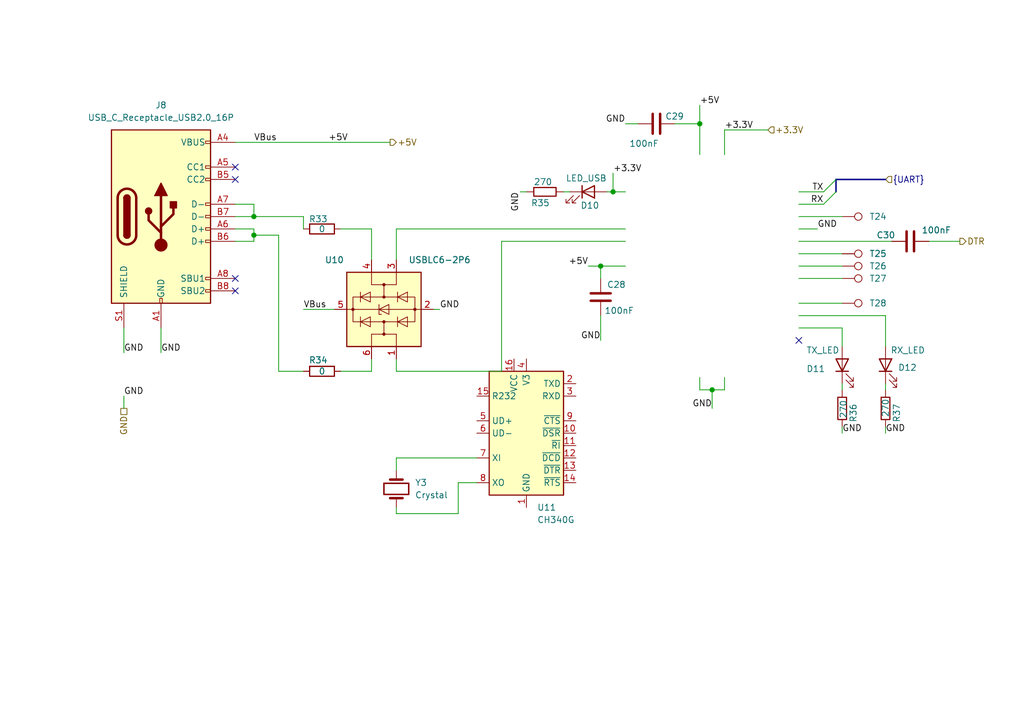
<source format=kicad_sch>
(kicad_sch (version 20231120) (generator "eeschema") (generator_version "8.0")
  (paper "A5")
  (title_block (title "Programming connector") (date "2024-04-17") (rev "1.0"))
  (lib_symbols
    (symbol "Connector:TestPoint" (pin_numbers hide) (pin_names (offset 0.762) hide)
      (property "Reference" "TP" (at 0 6.858 0))
      (property "Value" "TestPoint" (at 0 5.08 0))
      (symbol "TestPoint_0_1"
        (circle (center 0 3.302) (radius 0.762))
      )
      (symbol "TestPoint_1_1"
        (pin passive line (at 0 0 90) (length 2.54) (name "1") (number "1"))
      )
    )
    (symbol "Connector:USB_C_Receptacle_USB2.0_16P" (pin_names (offset 1.016))
      (property "Reference" "J" (at 0 22.225 0))
      (property "Value" "USB_C_Receptacle_USB2.0_16P" (at 0 19.685 0))
      (symbol "USB_C_Receptacle_USB2.0_16P_0_0"
        (rectangle (start -0.254 -17.78) (end 0.254 -16.764))
        (rectangle (start 10.16 -14.986) (end 9.144 -15.494))
        (rectangle (start 10.16 -12.446) (end 9.144 -12.954))
        (rectangle (start 10.16 -4.826) (end 9.144 -5.334))
        (rectangle (start 10.16 -2.286) (end 9.144 -2.794))
        (rectangle (start 10.16 0.254) (end 9.144 -0.254))
        (rectangle (start 10.16 2.794) (end 9.144 2.286))
        (rectangle (start 10.16 7.874) (end 9.144 7.366))
        (rectangle (start 10.16 10.414) (end 9.144 9.906))
        (rectangle (start 10.16 15.494) (end 9.144 14.986))
      )
      (symbol "USB_C_Receptacle_USB2.0_16P_0_1"
        (rectangle (start -10.16 17.78) (end 10.16 -17.78) (stroke (width 0.254)) (fill (type background)))
        (arc (start -8.89 -3.81) (mid -6.985 -5.7067) (end -5.08 -3.81) (stroke (width 0.508)))
        (arc (start -7.62 -3.81) (mid -6.985 -4.4423) (end -6.35 -3.81) (stroke (width 0.254)))
        (arc (start -7.62 -3.81) (mid -6.985 -4.4423) (end -6.35 -3.81) (stroke (width 0.254)) (fill (type outline)))
        (rectangle (start -7.62 -3.81) (end -6.35 3.81) (stroke (width 0.254)) (fill (type outline)))
        (arc (start -6.35 3.81) (mid -6.985 4.4423) (end -7.62 3.81) (stroke (width 0.254)))
        (arc (start -6.35 3.81) (mid -6.985 4.4423) (end -7.62 3.81) (stroke (width 0.254)) (fill (type outline)))
        (arc (start -5.08 3.81) (mid -6.985 5.7067) (end -8.89 3.81) (stroke (width 0.508)))
        (circle (center -2.54 1.143) (radius 0.635) (stroke (width 0.254)) (fill (type outline)))
        (circle (center 0 -5.842) (radius 1.27) (fill (type outline)))
        (polyline (pts (xy -8.89 -3.81) (xy -8.89 3.81)) (stroke (width 0.508)))
        (polyline (pts (xy -5.08 3.81) (xy -5.08 -3.81)) (stroke (width 0.508)))
        (polyline (pts (xy 0 -5.842) (xy 0 4.318)) (stroke (width 0.508)))
        (polyline (pts (xy 0 -3.302) (xy -2.54 -0.762) (xy -2.54 0.508)) (stroke (width 0.508)))
        (polyline (pts (xy 0 -2.032) (xy 2.54 0.508) (xy 2.54 1.778)) (stroke (width 0.508)))
        (polyline (pts (xy -1.27 4.318) (xy 0 6.858) (xy 1.27 4.318) (xy -1.27 4.318)) (stroke (width 0.254)) (fill (type outline)))
        (rectangle (start 1.905 1.778) (end 3.175 3.048) (stroke (width 0.254)) (fill (type outline)))
      )
      (symbol "USB_C_Receptacle_USB2.0_16P_1_1"
        (pin passive line (at 0 -22.86 90) (length 5.08) (name "GND") (number "A1"))
        (pin passive line (at 0 -22.86 90) (length 5.08) hide (name "GND") (number "A12"))
        (pin passive line (at 15.24 15.24 180) (length 5.08) (name "VBUS") (number "A4"))
        (pin bidirectional line (at 15.24 10.16 180) (length 5.08) (name "CC1") (number "A5"))
        (pin bidirectional line (at 15.24 -2.54 180) (length 5.08) (name "D+") (number "A6"))
        (pin bidirectional line (at 15.24 2.54 180) (length 5.08) (name "D-") (number "A7"))
        (pin bidirectional line (at 15.24 -12.7 180) (length 5.08) (name "SBU1") (number "A8"))
        (pin passive line (at 15.24 15.24 180) (length 5.08) hide (name "VBUS") (number "A9"))
        (pin passive line (at 0 -22.86 90) (length 5.08) hide (name "GND") (number "B1"))
        (pin passive line (at 0 -22.86 90) (length 5.08) hide (name "GND") (number "B12"))
        (pin passive line (at 15.24 15.24 180) (length 5.08) hide (name "VBUS") (number "B4"))
        (pin bidirectional line (at 15.24 7.62 180) (length 5.08) (name "CC2") (number "B5"))
        (pin bidirectional line (at 15.24 -5.08 180) (length 5.08) (name "D+") (number "B6"))
        (pin bidirectional line (at 15.24 0 180) (length 5.08) (name "D-") (number "B7"))
        (pin bidirectional line (at 15.24 -15.24 180) (length 5.08) (name "SBU2") (number "B8"))
        (pin passive line (at 15.24 15.24 180) (length 5.08) hide (name "VBUS") (number "B9"))
        (pin passive line (at -7.62 -22.86 90) (length 5.08) (name "SHIELD") (number "S1"))
      )
    )
    (symbol "Device:C" (pin_numbers hide) (pin_names (offset 0.254))
      (property "Reference" "C" (at 0.635 2.54 0))
      (property "Value" "C" (at 0.635 -2.54 0))
      (symbol "C_0_1"
        (polyline (pts (xy -2.032 -0.762) (xy 2.032 -0.762)) (stroke (width 0.508)))
        (polyline (pts (xy -2.032 0.762) (xy 2.032 0.762)) (stroke (width 0.508)))
      )
      (symbol "C_1_1"
        (pin passive line (at 0 3.81 270) (length 2.794) (name "~") (number "1"))
        (pin passive line (at 0 -3.81 90) (length 2.794) (name "~") (number "2"))
      )
    )
    (symbol "Device:Crystal" (pin_numbers hide) (pin_names (offset 1.016) hide)
      (property "Reference" "Y" (at 0 3.81 0))
      (property "Value" "Crystal" (at 0 -3.81 0))
      (symbol "Crystal_0_1"
        (rectangle (start -1.143 2.54) (end 1.143 -2.54) (stroke (width 0.3048)))
        (polyline (pts (xy -2.54 0) (xy -1.905 0)))
        (polyline (pts (xy -1.905 -1.27) (xy -1.905 1.27)) (stroke (width 0.508)))
        (polyline (pts (xy 1.905 -1.27) (xy 1.905 1.27)) (stroke (width 0.508)))
        (polyline (pts (xy 2.54 0) (xy 1.905 0)))
      )
      (symbol "Crystal_1_1"
        (pin passive line (at -3.81 0 0) (length 1.27) (name "1") (number "1"))
        (pin passive line (at 3.81 0 180) (length 1.27) (name "2") (number "2"))
      )
    )
    (symbol "Device:LED" (pin_numbers hide) (pin_names (offset 1.016) hide)
      (property "Reference" "D" (at 0 2.54 0))
      (property "Value" "LED" (at 0 -2.54 0))
      (symbol "LED_0_1"
        (polyline (pts (xy -1.27 -1.27) (xy -1.27 1.27)) (stroke (width 0.254)))
        (polyline (pts (xy -1.27 0) (xy 1.27 0)))
        (polyline (pts (xy 1.27 -1.27) (xy 1.27 1.27) (xy -1.27 0) (xy 1.27 -1.27)) (stroke (width 0.254)))
        (polyline (pts (xy -3.048 -0.762) (xy -4.572 -2.286) (xy -3.81 -2.286) (xy -4.572 -2.286) (xy -4.572 -1.524)))
        (polyline (pts (xy -1.778 -0.762) (xy -3.302 -2.286) (xy -2.54 -2.286) (xy -3.302 -2.286) (xy -3.302 -1.524)))
      )
      (symbol "LED_1_1"
        (pin passive line (at -3.81 0 0) (length 2.54) (name "K") (number "1"))
        (pin passive line (at 3.81 0 180) (length 2.54) (name "A") (number "2"))
      )
    )
    (symbol "Device:R" (pin_numbers hide) (pin_names (offset 0))
      (property "Reference" "R" (at 2.032 0 90))
      (property "Value" "R" (at 0 0 90))
      (symbol "R_0_1"
        (rectangle (start -1.016 -2.54) (end 1.016 2.54) (stroke (width 0.254)))
      )
      (symbol "R_1_1"
        (pin passive line (at 0 3.81 270) (length 1.27) (name "~") (number "1"))
        (pin passive line (at 0 -3.81 90) (length 1.27) (name "~") (number "2"))
      )
    )
    (symbol "Interface_USB:CH340G"
      (property "Reference" "U" (at -5.08 13.97 0))
      (property "Value" "CH340G" (at 1.27 13.97 0))
      (symbol "CH340G_0_1"
        (rectangle (start -7.62 12.7) (end 7.62 -12.7) (stroke (width 0.254)) (fill (type background)))
      )
      (symbol "CH340G_1_1"
        (pin power_in line (at 0 -15.24 90) (length 2.54) (name "GND") (number "1"))
        (pin input line (at 10.16 0 180) (length 2.54) (name "~{DSR}") (number "10"))
        (pin input line (at 10.16 -2.54 180) (length 2.54) (name "~{RI}") (number "11"))
        (pin input line (at 10.16 -5.08 180) (length 2.54) (name "~{DCD}") (number "12"))
        (pin output line (at 10.16 -7.62 180) (length 2.54) (name "~{DTR}") (number "13"))
        (pin output line (at 10.16 -10.16 180) (length 2.54) (name "~{RTS}") (number "14"))
        (pin input line (at -10.16 7.62 0) (length 2.54) (name "R232") (number "15"))
        (pin power_in line (at -2.54 15.24 270) (length 2.54) (name "VCC") (number "16"))
        (pin output line (at 10.16 10.16 180) (length 2.54) (name "TXD") (number "2"))
        (pin input line (at 10.16 7.62 180) (length 2.54) (name "RXD") (number "3"))
        (pin power_out line (at 0 15.24 270) (length 2.54) (name "V3") (number "4"))
        (pin bidirectional line (at -10.16 2.54 0) (length 2.54) (name "UD+") (number "5"))
        (pin bidirectional line (at -10.16 0 0) (length 2.54) (name "UD-") (number "6"))
        (pin input line (at -10.16 -5.08 0) (length 2.54) (name "XI") (number "7"))
        (pin output line (at -10.16 -10.16 0) (length 2.54) (name "XO") (number "8"))
        (pin input line (at 10.16 2.54 180) (length 2.54) (name "~{CTS}") (number "9"))
      )
    )
    (symbol "PCM_SL_Devices:Resistor_0.5W"
      (property "Reference" "R" (at 0 5.08 0))
      (property "Value" "Resistor_0.5W" (at 0 2.54 0))
      (symbol "Resistor_0.5W_0_1"
        (rectangle (start -2.286 0.889) (end 2.286 -0.889) (stroke (width 0.24)))
      )
      (symbol "Resistor_0.5W_1_1"
        (pin passive line (at -3.81 0 0) (length 1.5) (name "") (number "1"))
        (pin passive line (at 3.81 0 180) (length 1.5) (name "~") (number "2"))
      )
    )
    (symbol "Power_Protection:USBLC6-2P6" (pin_names hide)
      (property "Reference" "U" (at 2.54 8.89 0))
      (property "Value" "USBLC6-2P6" (at 2.54 -8.89 0))
      (symbol "USBLC6-2P6_0_1"
        (rectangle (start -7.62 -7.62) (end 7.62 7.62) (stroke (width 0.254)) (fill (type background)))
        (circle (center -5.08 0) (radius 0.254) (fill (type outline)))
        (circle (center -2.54 0) (radius 0.254) (fill (type outline)))
        (rectangle (start -2.54 6.35) (end 2.54 -6.35))
        (circle (center 0 -6.35) (radius 0.254) (fill (type outline)))
        (polyline (pts (xy -5.08 -2.54) (xy -7.62 -2.54)))
        (polyline (pts (xy -5.08 0) (xy -5.08 -2.54)))
        (polyline (pts (xy -5.08 2.54) (xy -7.62 2.54)))
        (polyline (pts (xy -1.524 -2.794) (xy -3.556 -2.794)))
        (polyline (pts (xy -1.524 4.826) (xy -3.556 4.826)))
        (polyline (pts (xy 0 -7.62) (xy 0 -6.35)))
        (polyline (pts (xy 0 -6.35) (xy 0 1.27)))
        (polyline (pts (xy 0 1.27) (xy 0 6.35)))
        (polyline (pts (xy 0 6.35) (xy 0 7.62)))
        (polyline (pts (xy 1.524 -2.794) (xy 3.556 -2.794)))
        (polyline (pts (xy 1.524 4.826) (xy 3.556 4.826)))
        (polyline (pts (xy 5.08 -2.54) (xy 7.62 -2.54)))
        (polyline (pts (xy 5.08 0) (xy 5.08 -2.54)))
        (polyline (pts (xy 5.08 2.54) (xy 7.62 2.54)))
        (polyline (pts (xy -2.54 0) (xy -5.08 0) (xy -5.08 2.54)))
        (polyline (pts (xy 2.54 0) (xy 5.08 0) (xy 5.08 2.54)))
        (polyline (pts (xy -3.556 -4.826) (xy -1.524 -4.826) (xy -2.54 -2.794) (xy -3.556 -4.826)))
        (polyline (pts (xy -3.556 2.794) (xy -1.524 2.794) (xy -2.54 4.826) (xy -3.556 2.794)))
        (polyline (pts (xy -1.016 -1.016) (xy 1.016 -1.016) (xy 0 1.016) (xy -1.016 -1.016)))
        (polyline (pts (xy 1.016 1.016) (xy 0.762 1.016) (xy -1.016 1.016) (xy -1.016 0.508)))
        (polyline (pts (xy 3.556 -4.826) (xy 1.524 -4.826) (xy 2.54 -2.794) (xy 3.556 -4.826)))
        (polyline (pts (xy 3.556 2.794) (xy 1.524 2.794) (xy 2.54 4.826) (xy 3.556 2.794)))
        (circle (center 0 6.35) (radius 0.254) (fill (type outline)))
        (circle (center 2.54 0) (radius 0.254) (fill (type outline)))
        (circle (center 5.08 0) (radius 0.254) (fill (type outline)))
      )
      (symbol "USBLC6-2P6_1_1"
        (pin passive line (at -10.16 -2.54 0) (length 2.54) (name "I/O1") (number "1"))
        (pin passive line (at 0 -10.16 90) (length 2.54) (name "GND") (number "2"))
        (pin passive line (at 10.16 -2.54 180) (length 2.54) (name "I/O2") (number "3"))
        (pin passive line (at 10.16 2.54 180) (length 2.54) (name "I/O2") (number "4"))
        (pin passive line (at 0 10.16 270) (length 2.54) (name "VBUS") (number "5"))
        (pin passive line (at -10.16 2.54 0) (length 2.54) (name "I/O1") (number "6"))
      )
    )
  )
  (junction (at 52.07 48.26))
  (junction (at 146.05 80.01))
  (junction (at 143.51 25.4))
  (junction (at 123.19 54.61))
  (junction (at 52.07 44.45))
  (junction (at 125.73 39.37))
  (no_connect (at 48.26 34.29))
  (no_connect (at 163.83 69.85))
  (no_connect (at 48.26 57.15))
  (no_connect (at 48.26 59.69))
  (no_connect (at 48.26 36.83))
  (bus_entry (at 171.45 39.37) (size -2.54 2.54))
  (bus_entry (at 171.45 36.83) (size -2.54 2.54))
  (wire (pts (xy 81.28 96.52) (xy 81.28 93.98)))
  (wire (pts (xy 163.83 67.31) (xy 172.72 67.31)))
  (wire (pts (xy 128.27 25.4) (xy 130.81 25.4)))
  (wire (pts (xy 146.05 80.01) (xy 146.05 83.82)))
  (bus (pts (xy 181.61 36.83) (xy 171.45 36.83)))
  (wire (pts (xy 125.73 35.56) (xy 125.73 39.37)))
  (wire (pts (xy 52.07 44.45) (xy 62.23 44.45)))
  (wire (pts (xy 163.83 39.37) (xy 168.91 39.37)))
  (wire (pts (xy 181.61 87.63) (xy 181.61 88.9)))
  (wire (pts (xy 57.15 48.26) (xy 52.07 48.26)))
  (wire (pts (xy 76.2 76.2) (xy 76.2 73.66)))
  (wire (pts (xy 48.26 49.53) (xy 52.07 49.53)))
  (wire (pts (xy 102.87 49.53) (xy 128.27 49.53)))
  (wire (pts (xy 143.51 25.4) (xy 143.51 31.75)))
  (wire (pts (xy 148.59 26.67) (xy 157.48 26.67)))
  (wire (pts (xy 148.59 26.67) (xy 148.59 31.75)))
  (wire (pts (xy 163.83 62.23) (xy 172.72 62.23)))
  (wire (pts (xy 81.28 105.41) (xy 81.28 104.14)))
  (wire (pts (xy 76.2 46.99) (xy 76.2 53.34)))
  (wire (pts (xy 93.98 99.06) (xy 93.98 105.41)))
  (wire (pts (xy 102.87 49.53) (xy 102.87 76.2)))
  (wire (pts (xy 97.79 99.06) (xy 93.98 99.06)))
  (wire (pts (xy 69.85 76.2) (xy 76.2 76.2)))
  (wire (pts (xy 52.07 48.26) (xy 52.07 46.99)))
  (wire (pts (xy 69.85 46.99) (xy 76.2 46.99)))
  (wire (pts (xy 81.28 93.98) (xy 97.79 93.98)))
  (wire (pts (xy 52.07 41.91) (xy 52.07 44.45)))
  (bus (pts (xy 171.45 39.37) (xy 171.45 36.83)))
  (wire (pts (xy 163.83 52.07) (xy 172.72 52.07)))
  (wire (pts (xy 93.98 105.41) (xy 81.28 105.41)))
  (wire (pts (xy 143.51 77.47) (xy 143.51 80.01)))
  (wire (pts (xy 163.83 54.61) (xy 172.72 54.61)))
  (wire (pts (xy 48.26 46.99) (xy 52.07 46.99)))
  (wire (pts (xy 62.23 63.5) (xy 68.58 63.5)))
  (wire (pts (xy 116.84 39.37) (xy 115.57 39.37)))
  (wire (pts (xy 52.07 49.53) (xy 52.07 48.26)))
  (wire (pts (xy 163.83 41.91) (xy 168.91 41.91)))
  (wire (pts (xy 143.51 25.4) (xy 143.51 21.59)))
  (wire (pts (xy 48.26 29.21) (xy 80.01 29.21)))
  (wire (pts (xy 123.19 54.61) (xy 123.19 57.15)))
  (wire (pts (xy 25.4 67.31) (xy 25.4 72.39)))
  (wire (pts (xy 190.5 49.53) (xy 196.85 49.53)))
  (wire (pts (xy 81.28 73.66) (xy 81.28 76.2)))
  (wire (pts (xy 143.51 80.01) (xy 146.05 80.01)))
  (wire (pts (xy 128.27 39.37) (xy 125.73 39.37)))
  (wire (pts (xy 88.9 63.5) (xy 90.17 63.5)))
  (wire (pts (xy 125.73 39.37) (xy 124.46 39.37)))
  (wire (pts (xy 163.83 64.77) (xy 181.61 64.77)))
  (wire (pts (xy 163.83 49.53) (xy 182.88 49.53)))
  (wire (pts (xy 123.19 64.77) (xy 123.19 69.85)))
  (wire (pts (xy 48.26 41.91) (xy 52.07 41.91)))
  (wire (pts (xy 163.83 44.45) (xy 172.72 44.45)))
  (wire (pts (xy 123.19 54.61) (xy 128.27 54.61)))
  (wire (pts (xy 81.28 46.99) (xy 128.27 46.99)))
  (wire (pts (xy 148.59 77.47) (xy 148.59 80.01)))
  (wire (pts (xy 107.95 39.37) (xy 106.68 39.37)))
  (wire (pts (xy 163.83 46.99) (xy 167.64 46.99)))
  (wire (pts (xy 181.61 78.74) (xy 181.61 80.01)))
  (wire (pts (xy 62.23 46.99) (xy 62.23 44.45)))
  (wire (pts (xy 81.28 53.34) (xy 81.28 46.99)))
  (wire (pts (xy 57.15 76.2) (xy 62.23 76.2)))
  (wire (pts (xy 57.15 76.2) (xy 57.15 48.26)))
  (wire (pts (xy 172.72 67.31) (xy 172.72 71.12)))
  (wire (pts (xy 181.61 64.77) (xy 181.61 71.12)))
  (wire (pts (xy 48.26 44.45) (xy 52.07 44.45)))
  (wire (pts (xy 33.02 67.31) (xy 33.02 72.39)))
  (wire (pts (xy 163.83 57.15) (xy 172.72 57.15)))
  (wire (pts (xy 120.65 54.61) (xy 123.19 54.61)))
  (wire (pts (xy 172.72 87.63) (xy 172.72 88.9)))
  (wire (pts (xy 25.4 81.28) (xy 25.4 83.82)))
  (wire (pts (xy 148.59 80.01) (xy 146.05 80.01)))
  (wire (pts (xy 138.43 25.4) (xy 143.51 25.4)))
  (wire (pts (xy 81.28 76.2) (xy 102.87 76.2)))
  (wire (pts (xy 172.72 78.74) (xy 172.72 80.01)))
  (label "+5V" (at 67.31 29.21 0))
  (label "GND" (at 25.4 72.39 0))
  (label "VBus" (at 62.23 63.5 0))
  (label "GND" (at 181.61 88.9 0))
  (label "GND" (at 106.68 39.37 270))
  (label "GND" (at 90.17 63.5 0))
  (label "+5V" (at 120.65 54.61 180))
  (label "GND" (at 33.02 72.39 0))
  (label "GND" (at 123.19 69.85 180))
  (label "RX" (at 168.91 41.91 180))
  (label "GND" (at 167.64 46.99 0))
  (label "VBus" (at 52.07 29.21 0))
  (label "+3.3V" (at 148.59 26.67 0))
  (label "+5V" (at 143.51 21.59 0))
  (label "GND" (at 172.72 88.9 0))
  (label "GND" (at 25.4 81.28 0))
  (label "TX" (at 168.91 39.37 180))
  (label "GND" (at 146.05 83.82 180))
  (label "GND" (at 128.27 25.4 180))
  (label "+3.3V" (at 125.73 35.56 0))
  (hierarchical_label "+5V" (shape output) (at 80.01 29.21 0))
  (hierarchical_label "+3.3V" (shape input) (at 157.48 26.67 0))
  (hierarchical_label "DTR" (shape output) (at 196.85 49.53 0))
  (hierarchical_label "{UART}" (shape input) (at 181.61 36.83 0))
  (hierarchical_label "GND" (shape passive) (at 25.4 83.82 270))
  (symbol (lib_id "PCM_SL_Devices:Resistor_0.5W") (at 172.72 83.82 270) (unit 1)
    (property "Reference" "R36" (at 175.006 82.804 0) (effects (justify left)))
    (property "Value" "270" (at 172.974 82.042 0) (effects (justify left)))
    (property "Footprint" "Resistor_SMD:R_0603_1608Metric" (effects (hide yes)))
    (instances (project "Weather" (path "" (reference "R36") (unit 1))) (project "Tracker" (path "" (reference "R54") (unit 1))))
  )
  (symbol (lib_id "Device:Crystal") (at 81.28 100.33 270) (unit 1)
    (property "Reference" "Y3" (at 85.09 99.0599 90) (effects (justify left)))
    (property "Value" "Crystal" (at 85.09 101.5999 90) (effects (justify left)))
    (property "Description" "Two pin crystal" (effects (hide yes)))
  )
  (symbol (lib_id "Connector:TestPoint") (at 172.72 44.45 270) (unit 1)
    (property "Reference" "T24" (at 180.086 44.45 90))
    (property "Value" "TP" (effects (hide yes)))
    (property "Footprint" "TestPoint:TestPoint_Pad_D1.0mm" (effects (hide yes)))
    (property "Description" "test point" (effects (hide yes)))
    (instances (project "Weather" (path "" (reference "T24") (unit 1))) (project "Tracker" (path "" (reference "T18") (unit 1))))
  )
  (symbol (lib_id "Device:LED") (at 181.61 74.93 90) (unit 1)
    (property "Reference" "D12" (at 184.15 75.438 90) (effects (justify right)))
    (property "Value" "RX_LED" (at 182.626 71.882 90) (effects (justify right)))
    (property "Footprint" "LED_SMD:LED_0603_1608Metric" (effects (hide yes)))
    (instances (project "Weather" (path "" (reference "D12") (unit 1))) (project "Tracker" (path "" (reference "D27") (unit 1))))
  )
  (symbol (lib_id "Connector:USB_C_Receptacle_USB2.0_16P") (at 33.02 44.45 0) (unit 1)
    (property "Reference" "J8" (at 33.02 21.59 0))
    (property "Value" "USB_C_Receptacle_USB2.0_16P" (at 33.02 24.13 0))
    (property "Footprint" "Connector_USB:USB_C_Receptacle_GCT_USB4085" (effects (hide yes)))
    (property "Datasheet" "https://www.usb.org/sites/default/files/documents/usb_type-c.zip" (effects (hide yes)))
    (property "Description" "USB 2.0-only 16P Type-C Receptacle connector" (effects (hide yes)))
    (instances (project "Weather" (path "" (reference "J8") (unit 1))) (project "Tracker" (path "" (reference "J3") (unit 1))))
  )
  (symbol (lib_id "Device:R") (at 66.04 46.99 90) (unit 1)
    (property "Reference" "R33" (at 65.278 44.958 90))
    (property "Value" "0" (at 66.04 46.99 90))
    (property "Footprint" "Resistor_SMD:R_0603_1608Metric" (effects (hide yes)))
    (instances (project "Weather" (path "" (reference "R33") (unit 1))) (project "Tracker" (path "" (reference "R67") (unit 1))))
  )
  (symbol (lib_id "Connector:TestPoint") (at 172.72 52.07 270) (unit 1)
    (property "Reference" "T25" (at 180.086 52.07 90))
    (property "Value" "TP" (effects (hide yes)))
    (property "Footprint" "TestPoint:TestPoint_Pad_D1.0mm" (effects (hide yes)))
    (property "Description" "test point" (effects (hide yes)))
    (instances (project "Weather" (path "" (reference "T25") (unit 1))) (project "Tracker" (path "" (reference "T14") (unit 1))))
  )
  (symbol (lib_id "Device:C") (at 134.62 25.4 270) (unit 1)
    (property "Reference" "C29" (at 136.398 23.876 90) (effects (justify left)))
    (property "Value" "100nF" (at 129.032 29.464 90) (effects (justify left)))
    (property "Footprint" "Capacitor_SMD:C_0603_1608Metric" (effects (hide yes)))
    (instances (project "Weather" (path "" (reference "C29") (unit 1))) (project "Tracker" (path "" (reference "C23") (unit 1))))
  )
  (symbol (lib_id "PCM_SL_Devices:Resistor_0.5W") (at 181.61 83.82 270) (unit 1)
    (property "Reference" "R37" (at 183.896 82.804 0) (effects (justify left)))
    (property "Value" "270" (at 181.61 81.788 0) (effects (justify left)))
    (property "Footprint" "Resistor_SMD:R_0603_1608Metric" (effects (hide yes)))
    (instances (project "Weather" (path "" (reference "R37") (unit 1))) (project "Tracker" (path "" (reference "R55") (unit 1))))
  )
  (symbol (lib_id "Device:C") (at 123.19 60.96 0) (unit 1)
    (property "Reference" "C28" (at 124.46 58.42 0) (effects (justify left)))
    (property "Value" "100nF" (at 123.952 63.754 0) (effects (justify left)))
    (property "Footprint" "Capacitor_SMD:C_0603_1608Metric" (effects (hide yes)))
    (instances (project "Weather" (path "" (reference "C28") (unit 1))) (project "Tracker" (path "" (reference "C24") (unit 1))))
  )
  (symbol (lib_id "Device:C") (at 186.69 49.53 90) (unit 1)
    (property "Reference" "C30" (at 183.642 48.26 90) (effects (justify left)))
    (property "Value" "100nF" (at 195.072 47.244 90) (effects (justify left)))
    (property "Footprint" "Capacitor_SMD:C_0603_1608Metric" (effects (hide yes)))
    (instances (project "Weather" (path "" (reference "C30") (unit 1))) (project "Tracker" (path "" (reference "C41") (unit 1))))
  )
  (symbol (lib_id "Connector:TestPoint") (at 172.72 54.61 270) (unit 1)
    (property "Reference" "T26" (at 180.086 54.61 90))
    (property "Value" "TP" (effects (hide yes)))
    (property "Footprint" "TestPoint:TestPoint_Pad_D1.0mm" (effects (hide yes)))
    (property "Description" "test point" (effects (hide yes)))
    (instances (project "Weather" (path "" (reference "T26") (unit 1))) (project "Tracker" (path "" (reference "T15") (unit 1))))
  )
  (symbol (lib_id "Device:LED") (at 172.72 74.93 90) (unit 1)
    (property "Reference" "D11" (at 165.354 75.692 90) (effects (justify right)))
    (property "Value" "TX_LED" (at 165.354 71.882 90) (effects (justify right)))
    (property "Footprint" "LED_SMD:LED_0603_1608Metric" (effects (hide yes)))
    (instances (project "Weather" (path "" (reference "D11") (unit 1))) (project "Tracker" (path "" (reference "D26") (unit 1))))
  )
  (symbol (lib_id "PCM_SL_Devices:Resistor_0.5W") (at 111.76 39.37 180) (unit 1)
    (property "Reference" "R35" (at 112.776 41.656 0) (effects (justify left)))
    (property "Value" "270" (at 113.284 37.338 0) (effects (justify left)))
    (property "Footprint" "Resistor_SMD:R_0603_1608Metric" (effects (hide yes)))
    (instances (project "Weather" (path "" (reference "R35") (unit 1))) (project "Tracker" (path "" (reference "R19") (unit 1))))
  )
  (symbol (lib_id "Interface_USB:CH340G") (at 107.95 88.9 0) (unit 1)
    (property "Reference" "U11" (at 110.1441 104.14 0) (effects (justify left)))
    (property "Value" "CH340G" (at 110.1441 106.68 0) (effects (justify left)))
    (property "Footprint" "Package_SO:SOIC-16_3.9x9.9mm_P1.27mm" (effects (hide yes)))
    (property "Datasheet" "http://www.datasheet5.com/pdf-local-2195953" (effects (hide yes)))
    (property "Description" "USB serial converter, UART, SOIC-16" (effects (hide yes)))
  )
  (symbol (lib_id "Connector:TestPoint") (at 172.72 62.23 270) (unit 1)
    (property "Reference" "T28" (at 180.086 62.23 90))
    (property "Value" "TP" (effects (hide yes)))
    (property "Footprint" "TestPoint:TestPoint_Pad_D1.0mm" (effects (hide yes)))
    (property "Description" "test point" (effects (hide yes)))
    (instances (project "Weather" (path "" (reference "T28") (unit 1))) (project "Tracker" (path "" (reference "T17") (unit 1))))
  )
  (symbol (lib_id "Device:R") (at 66.04 76.2 90) (unit 1)
    (property "Reference" "R34" (at 65.278 73.914 90))
    (property "Value" "0" (at 66.04 76.2 90))
    (property "Footprint" "Resistor_SMD:R_0603_1608Metric" (effects (hide yes)))
    (instances (project "Weather" (path "" (reference "R34") (unit 1))) (project "Tracker" (path "" (reference "R68") (unit 1))))
  )
  (symbol (lib_id "Power_Protection:USBLC6-2P6") (at 78.74 63.5 90) (unit 1)
    (property "Reference" "U10" (at 68.58 53.34 90))
    (property "Value" "USBLC6-2P6" (at 90.17 53.34 90))
    (property "Footprint" "Package_TO_SOT_SMD:SOT-666" (effects (hide yes)))
    (property "Datasheet" "https://www.st.com/resource/en/datasheet/usblc6-2.pdf" (effects (hide yes)))
    (instances (project "Weather" (path "" (reference "U10") (unit 1))) (project "Tracker" (path "" (reference "U20") (unit 1))))
  )
  (symbol (lib_id "Connector:TestPoint") (at 172.72 57.15 270) (unit 1)
    (property "Reference" "T27" (at 180.086 57.15 90))
    (property "Value" "TP" (effects (hide yes)))
    (property "Footprint" "TestPoint:TestPoint_Pad_D1.0mm" (effects (hide yes)))
    (property "Description" "test point" (effects (hide yes)))
    (instances (project "Weather" (path "" (reference "T27") (unit 1))) (project "Tracker" (path "" (reference "T16") (unit 1))))
  )
  (symbol (lib_id "Device:LED") (at 120.65 39.37 0) (unit 1)
    (property "Reference" "D10" (at 122.936 42.164 0) (effects (justify right)))
    (property "Value" "LED_USB" (at 124.46 36.576 0) (effects (justify right)))
    (property "Footprint" "LED_SMD:LED_0603_1608Metric" (effects (hide yes)))
    (instances (project "Weather" (path "" (reference "D10") (unit 1))) (project "Tracker" (path "" (reference "D25") (unit 1))))
  )
)
</source>
